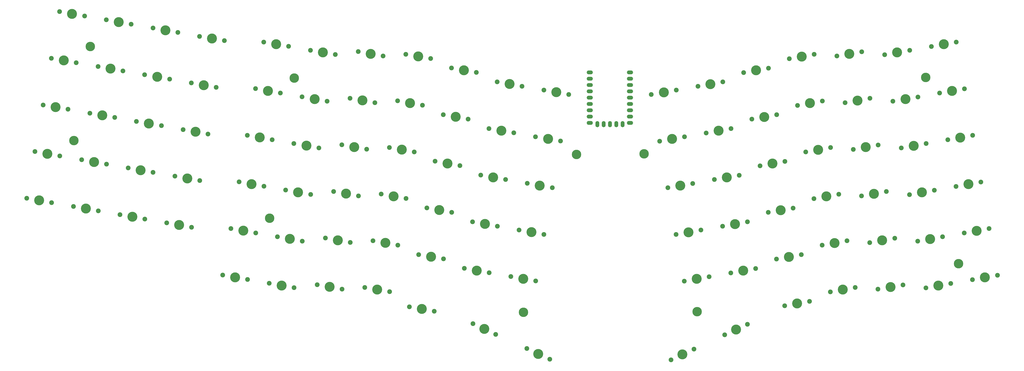
<source format=gbr>
%TF.GenerationSoftware,KiCad,Pcbnew,(6.0.4)*%
%TF.CreationDate,2022-12-23T13:32:17-05:00*%
%TF.ProjectId,atreuskeypad,61747265-7573-46b6-9579-7061642e6b69,rev?*%
%TF.SameCoordinates,Original*%
%TF.FileFunction,Soldermask,Top*%
%TF.FilePolarity,Negative*%
%FSLAX46Y46*%
G04 Gerber Fmt 4.6, Leading zero omitted, Abs format (unit mm)*
G04 Created by KiCad (PCBNEW (6.0.4)) date 2022-12-23 13:32:17*
%MOMM*%
%LPD*%
G01*
G04 APERTURE LIST*
%ADD10C,1.900000*%
%ADD11C,4.000000*%
%ADD12C,3.800000*%
%ADD13C,2.600000*%
%ADD14O,2.500000X1.500000*%
%ADD15O,1.500000X2.500000*%
G04 APERTURE END LIST*
D10*
%TO.C,SW45*%
X-60817347Y-67719370D03*
D11*
X-55814524Y-68601503D03*
D10*
X-50811701Y-69483636D03*
%TD*%
D11*
%TO.C,SW8*%
X90060154Y-48206932D03*
D10*
X85057331Y-47324799D03*
X95062977Y-49089065D03*
%TD*%
%TO.C,SW20*%
X8778060Y-60647041D03*
D11*
X3775237Y-59764908D03*
D10*
X-1227586Y-58882775D03*
%TD*%
%TO.C,SW66*%
X-48672754Y-108548543D03*
X-38667108Y-110312809D03*
D11*
X-43669931Y-109430676D03*
%TD*%
D10*
%TO.C,SW42*%
X237549542Y-90445308D03*
X227543896Y-92209574D03*
D11*
X232546719Y-91327441D03*
%TD*%
D10*
%TO.C,SW75*%
X137318830Y-138557950D03*
D11*
X132316007Y-137675817D03*
D10*
X127313184Y-136793684D03*
%TD*%
%TO.C,SW69*%
X14661444Y-117445979D03*
X24667090Y-119210245D03*
D11*
X19664267Y-118328112D03*
%TD*%
D10*
%TO.C,SW94*%
X306461070Y-42443694D03*
X296455424Y-44207960D03*
D11*
X301458247Y-43325827D03*
%TD*%
D10*
%TO.C,SW4*%
X12086058Y-41886454D03*
D11*
X7083235Y-41004321D03*
D10*
X2080412Y-40122188D03*
%TD*%
%TO.C,SW89*%
X222489668Y-155955767D03*
D11*
X217885624Y-158102668D03*
D10*
X213281580Y-160249569D03*
%TD*%
D12*
%TO.C,MNT*%
X-41910000Y-44196000D03*
D13*
X-41910000Y-44196000D03*
%TD*%
D11*
%TO.C,SW63*%
X-21601346Y-93978086D03*
D10*
X-26604169Y-93095953D03*
X-16598523Y-94860219D03*
%TD*%
%TO.C,SW14*%
X220927900Y-54688399D03*
D11*
X225930723Y-53806266D03*
D10*
X230933546Y-52924133D03*
%TD*%
D11*
%TO.C,SW100*%
X311382241Y-99607590D03*
D10*
X306379418Y-100489723D03*
X316385064Y-98725457D03*
%TD*%
D11*
%TO.C,SW58*%
X235854717Y-110088029D03*
D10*
X240857540Y-109205896D03*
X230851894Y-110970162D03*
%TD*%
%TO.C,SW29*%
X215877916Y-77243989D03*
D11*
X210875093Y-78126122D03*
D10*
X205872270Y-79008255D03*
%TD*%
D12*
%TO.C,MNT*%
X30226000Y-113284000D03*
D13*
X30226000Y-113284000D03*
%TD*%
D14*
%TO.C,U1*%
X175252000Y-54610000D03*
X175252000Y-57150000D03*
X175252000Y-59690000D03*
X175252000Y-62230000D03*
X175252000Y-64770000D03*
X175252000Y-67310000D03*
X175252000Y-69850000D03*
X175252000Y-72390000D03*
X175252000Y-74930000D03*
D15*
X172212000Y-75430000D03*
X169672000Y-75430000D03*
X167132000Y-75430000D03*
X164592000Y-75430000D03*
X162052000Y-75430000D03*
D14*
X159012000Y-74930000D03*
X159012000Y-72390000D03*
X159012000Y-69850000D03*
X159012000Y-67310000D03*
X159012000Y-64770000D03*
X159012000Y-62230000D03*
X159012000Y-59690000D03*
X159012000Y-57150000D03*
X159012000Y-54610000D03*
%TD*%
D11*
%TO.C,SW74*%
X113555419Y-134367819D03*
D10*
X118558242Y-135249952D03*
X108552596Y-133485686D03*
%TD*%
%TO.C,SW77*%
X215796264Y-135290018D03*
D11*
X220799087Y-134407885D03*
D10*
X225801910Y-133525752D03*
%TD*%
D11*
%TO.C,SW86*%
X116633881Y-157865369D03*
D10*
X112029837Y-155718468D03*
X121237925Y-160012270D03*
%TD*%
D11*
%TO.C,SW2*%
X-30437940Y-34388325D03*
D10*
X-35440763Y-33506192D03*
X-25435117Y-35270458D03*
%TD*%
%TO.C,SW11*%
X150550821Y-63515599D03*
X140545175Y-61751333D03*
D11*
X145547998Y-62633466D03*
%TD*%
D10*
%TO.C,SW73*%
X90188968Y-127926418D03*
X100194614Y-129690684D03*
D11*
X95191791Y-128808551D03*
%TD*%
%TO.C,SW33*%
X26280263Y-80806937D03*
D10*
X21277440Y-79924804D03*
X31283086Y-81689070D03*
%TD*%
%TO.C,SW3*%
X-6674530Y-38578456D03*
D11*
X-11677353Y-37696323D03*
D10*
X-16680176Y-36814190D03*
%TD*%
D11*
%TO.C,SW40*%
X195422503Y-100194707D03*
D10*
X200425326Y-99312574D03*
X190419680Y-101076840D03*
%TD*%
%TO.C,SW52*%
X75133338Y-103606562D03*
X85138984Y-105370828D03*
D11*
X80136161Y-104488695D03*
%TD*%
D10*
%TO.C,SW96*%
X309769068Y-61204282D03*
X299763422Y-62968548D03*
D11*
X304766245Y-62086415D03*
%TD*%
%TO.C,SW31*%
X247602349Y-67007585D03*
D10*
X252605172Y-66125452D03*
X242599526Y-67889718D03*
%TD*%
D12*
%TO.C,MNT*%
X153670000Y-87630000D03*
D13*
X153670000Y-87630000D03*
%TD*%
D11*
%TO.C,SW59*%
X254218345Y-104528760D03*
D10*
X249215522Y-105410893D03*
X259221168Y-103646627D03*
%TD*%
%TO.C,SW81*%
X21359093Y-137970833D03*
D11*
X16356270Y-137088700D03*
D10*
X11353447Y-136206567D03*
%TD*%
D11*
%TO.C,SW7*%
X70902607Y-47150204D03*
D10*
X75905430Y-48032337D03*
X65899784Y-46268071D03*
%TD*%
%TO.C,SW18*%
X-28743115Y-54031046D03*
X-38748761Y-52266780D03*
D11*
X-33745938Y-53148913D03*
%TD*%
D10*
%TO.C,SW10*%
X121784587Y-58443335D03*
D11*
X126787410Y-59325468D03*
D10*
X131790233Y-60207601D03*
%TD*%
D11*
%TO.C,SW79*%
X257526343Y-123289348D03*
D10*
X252523520Y-124171481D03*
X262529166Y-122407215D03*
%TD*%
D11*
%TO.C,SW37*%
X101807787Y-91287375D03*
D10*
X106810610Y-92169508D03*
X96804964Y-90405242D03*
%TD*%
%TO.C,SW78*%
X244165538Y-127966483D03*
D11*
X239162715Y-128848616D03*
D10*
X234159892Y-129730749D03*
%TD*%
%TO.C,SW43*%
X255913170Y-84886040D03*
X245907524Y-86650306D03*
D11*
X250910347Y-85768173D03*
%TD*%
D10*
%TO.C,SW41*%
X219185914Y-96004576D03*
D11*
X214183091Y-96886709D03*
D10*
X209180268Y-97768842D03*
%TD*%
%TO.C,SW101*%
X290926828Y-122558309D03*
D11*
X295929651Y-121676176D03*
D10*
X300932474Y-120794043D03*
%TD*%
%TO.C,SW16*%
X268454722Y-46308137D03*
D11*
X263451899Y-47190270D03*
D10*
X258449076Y-48072403D03*
%TD*%
D12*
%TO.C,MNT*%
X307340000Y-131572000D03*
D13*
X307340000Y-131572000D03*
%TD*%
D10*
%TO.C,SW27*%
X137237177Y-80511921D03*
X147242823Y-82276187D03*
D11*
X142240000Y-81394054D03*
%TD*%
D10*
%TO.C,SW23*%
X62591786Y-65028659D03*
D11*
X67594609Y-65910792D03*
D10*
X72597432Y-66792925D03*
%TD*%
%TO.C,SW67*%
X-19906521Y-113620807D03*
D11*
X-24909344Y-112738674D03*
D10*
X-29912167Y-111856541D03*
%TD*%
%TO.C,SW5*%
X37899082Y-44167895D03*
X27893436Y-42403629D03*
D11*
X32896259Y-43285762D03*
%TD*%
%TO.C,SW95*%
X286005657Y-65394413D03*
D10*
X291008480Y-64512280D03*
X281002834Y-66276546D03*
%TD*%
D12*
%TO.C,MNT*%
X132334000Y-151130000D03*
D13*
X132334000Y-151130000D03*
%TD*%
D11*
%TO.C,SW39*%
X138932002Y-100154641D03*
D10*
X133929179Y-99272508D03*
X143934825Y-101036774D03*
%TD*%
%TO.C,SW21*%
X34591084Y-62928482D03*
X24585438Y-61164216D03*
D11*
X29588261Y-62046349D03*
%TD*%
%TO.C,SW91*%
X260834340Y-142049936D03*
D10*
X265837163Y-141167803D03*
X255831517Y-142932069D03*
%TD*%
%TO.C,SW65*%
X-67433342Y-105240545D03*
X-57427696Y-107004811D03*
D11*
X-62430519Y-106122678D03*
%TD*%
D12*
%TO.C,MNT*%
X40132000Y-56896000D03*
D13*
X40132000Y-56896000D03*
%TD*%
D10*
%TO.C,SW98*%
X303071420Y-81729136D03*
D11*
X308074243Y-80847003D03*
D10*
X313077066Y-79964870D03*
%TD*%
%TO.C,SW103*%
X304240471Y-139554631D03*
X294234825Y-141318897D03*
D11*
X299237648Y-140436764D03*
%TD*%
D10*
%TO.C,SW82*%
X30114034Y-139514565D03*
D11*
X35116857Y-140396698D03*
D10*
X40119680Y-141278831D03*
%TD*%
D11*
%TO.C,SW36*%
X83444159Y-85728107D03*
D10*
X78441336Y-84845974D03*
X88446982Y-86610240D03*
%TD*%
D11*
%TO.C,SW83*%
X54362618Y-140953143D03*
D10*
X59365441Y-141835276D03*
X49359795Y-140071010D03*
%TD*%
%TO.C,SW97*%
X294316478Y-83272867D03*
X284310832Y-85037133D03*
D11*
X289313655Y-84155000D03*
%TD*%
D10*
%TO.C,SW92*%
X274989065Y-141875341D03*
X284994711Y-140111075D03*
D11*
X279991888Y-140993208D03*
%TD*%
D12*
%TO.C,MNT*%
X180848000Y-87376000D03*
D13*
X180848000Y-87376000D03*
%TD*%
D10*
%TO.C,SW87*%
X133734124Y-165735560D03*
D11*
X138338168Y-167882461D03*
D10*
X142942212Y-170029362D03*
%TD*%
%TO.C,SW50*%
X36730030Y-101993389D03*
D11*
X41732853Y-102875522D03*
D10*
X46735676Y-103757655D03*
%TD*%
D11*
%TO.C,SW32*%
X266759897Y-65950858D03*
D10*
X271762720Y-65068725D03*
X261757074Y-66832991D03*
%TD*%
D11*
%TO.C,SW93*%
X282697660Y-46633825D03*
D10*
X277694837Y-47515958D03*
X287700483Y-45751692D03*
%TD*%
D11*
%TO.C,SW55*%
X135624005Y-118915229D03*
D10*
X130621182Y-118033096D03*
X140626828Y-119797362D03*
%TD*%
%TO.C,SW6*%
X56659669Y-47475892D03*
D11*
X51656846Y-46593759D03*
D10*
X46654023Y-45711626D03*
%TD*%
D12*
%TO.C,MNT*%
X202184000Y-150876000D03*
D13*
X202184000Y-150876000D03*
%TD*%
D11*
%TO.C,SW104*%
X317998236Y-137128766D03*
D10*
X323001059Y-136246633D03*
X312995413Y-138010899D03*
%TD*%
D11*
%TO.C,SW44*%
X270067894Y-84711445D03*
D10*
X265065071Y-85593578D03*
X275070717Y-83829312D03*
%TD*%
D11*
%TO.C,SW47*%
X-18293348Y-75217498D03*
D10*
X-13290525Y-76099631D03*
X-23296171Y-74335365D03*
%TD*%
%TO.C,SW13*%
X212569918Y-58483401D03*
X202564272Y-60247667D03*
D11*
X207567095Y-59365534D03*
%TD*%
D10*
%TO.C,SW22*%
X53351672Y-66236480D03*
X43346026Y-64472214D03*
D11*
X48348849Y-65354347D03*
%TD*%
%TO.C,SW64*%
X-2840758Y-97286084D03*
D10*
X-7843581Y-96403951D03*
X2162065Y-98168217D03*
%TD*%
%TO.C,SW38*%
X115168592Y-95964511D03*
X125174238Y-97728777D03*
D11*
X120171415Y-96846644D03*
%TD*%
D10*
%TO.C,SW12*%
X193809331Y-61791399D03*
X183803685Y-63555665D03*
D11*
X188806508Y-62673532D03*
%TD*%
%TO.C,SW26*%
X123479413Y-78086056D03*
D10*
X128482236Y-78968189D03*
X118476590Y-77203923D03*
%TD*%
%TO.C,SW25*%
X100112962Y-71644655D03*
X110118608Y-73408921D03*
D11*
X105115785Y-72526788D03*
%TD*%
D10*
%TO.C,SW61*%
X-54119698Y-88244223D03*
X-64125344Y-86479957D03*
D11*
X-59122521Y-87362090D03*
%TD*%
%TO.C,SW53*%
X98499789Y-110047963D03*
D10*
X103502612Y-110930096D03*
X93496966Y-109165830D03*
%TD*%
D11*
%TO.C,SW9*%
X108423782Y-53766200D03*
D10*
X103420959Y-52884067D03*
X113426605Y-54648333D03*
%TD*%
%TO.C,SW1*%
X-44195705Y-31962460D03*
X-54201351Y-30198194D03*
D11*
X-49198528Y-31080327D03*
%TD*%
D10*
%TO.C,SW49*%
X27975088Y-100449658D03*
X17969442Y-98685392D03*
D11*
X22972265Y-99567525D03*
%TD*%
%TO.C,SW24*%
X86752157Y-66967519D03*
D10*
X81749334Y-66085386D03*
X91754980Y-67849652D03*
%TD*%
%TO.C,SW28*%
X187111683Y-82316252D03*
X197117329Y-80551986D03*
D11*
X192114506Y-81434119D03*
%TD*%
D10*
%TO.C,SW102*%
X309687415Y-119250311D03*
X319693061Y-117486045D03*
D11*
X314690238Y-118368178D03*
%TD*%
%TO.C,SW19*%
X-14985350Y-56456910D03*
D10*
X-9982527Y-57339043D03*
X-19988173Y-55574777D03*
%TD*%
%TO.C,SW17*%
X-47503703Y-50723048D03*
X-57509349Y-48958782D03*
D11*
X-52506526Y-49840915D03*
%TD*%
D10*
%TO.C,SW15*%
X239291528Y-49129130D03*
D11*
X244294351Y-48246997D03*
D10*
X249297174Y-47364864D03*
%TD*%
D12*
%TO.C,MNT*%
X-48514000Y-82042000D03*
D13*
X-48514000Y-82042000D03*
%TD*%
D10*
%TO.C,SW84*%
X78522988Y-142892003D03*
X68517342Y-141127737D03*
D11*
X73520165Y-142009870D03*
%TD*%
D10*
%TO.C,SW72*%
X81830986Y-124131415D03*
X71825340Y-122367149D03*
D11*
X76828163Y-123249282D03*
%TD*%
D12*
%TO.C,MNT*%
X294132000Y-56642000D03*
D13*
X294132000Y-56642000D03*
%TD*%
D10*
%TO.C,SW68*%
X-11151579Y-115164538D03*
X-1145933Y-116928804D03*
D11*
X-6148756Y-116046671D03*
%TD*%
D10*
%TO.C,SW62*%
X-35359111Y-91552221D03*
D11*
X-40361934Y-90670088D03*
D10*
X-45364757Y-89787955D03*
%TD*%
%TO.C,SW57*%
X212488266Y-116529430D03*
D11*
X217491089Y-115647297D03*
D10*
X222493912Y-114765164D03*
%TD*%
%TO.C,SW54*%
X121866240Y-116489364D03*
D11*
X116863417Y-115607231D03*
D10*
X111860594Y-114725098D03*
%TD*%
D11*
%TO.C,SW56*%
X198730501Y-118955295D03*
D10*
X203733324Y-118073162D03*
X193727678Y-119837428D03*
%TD*%
%TO.C,SW85*%
X96489657Y-150702542D03*
X86484011Y-148938276D03*
D11*
X91486834Y-149820409D03*
%TD*%
D10*
%TO.C,SW99*%
X297624476Y-102033455D03*
D11*
X292621653Y-102915588D03*
D10*
X287618830Y-103797721D03*
%TD*%
D11*
%TO.C,SW51*%
X60978614Y-103431967D03*
D10*
X55975791Y-102549834D03*
X65981437Y-104314100D03*
%TD*%
%TO.C,SW34*%
X50043674Y-84997068D03*
D11*
X45040851Y-84114935D03*
D10*
X40038028Y-83232802D03*
%TD*%
%TO.C,SW88*%
X191706541Y-170275462D03*
D11*
X196310585Y-168128561D03*
D10*
X200914629Y-165981660D03*
%TD*%
%TO.C,SW30*%
X224235898Y-73448986D03*
D11*
X229238721Y-72566853D03*
D10*
X234241544Y-71684720D03*
%TD*%
%TO.C,SW76*%
X197035676Y-138598015D03*
X207041322Y-136833749D03*
D11*
X202038499Y-137715882D03*
%TD*%
%TO.C,SW48*%
X467239Y-78525496D03*
D10*
X-4535584Y-77643363D03*
X5470062Y-79407629D03*
%TD*%
%TO.C,SW60*%
X278378715Y-102589900D03*
D11*
X273375892Y-103472033D03*
D10*
X268373069Y-104354166D03*
%TD*%
%TO.C,SW71*%
X52667793Y-121310422D03*
D11*
X57670616Y-122192555D03*
D10*
X62673439Y-123074688D03*
%TD*%
%TO.C,SW46*%
X-42056759Y-71027367D03*
D11*
X-37053936Y-71909500D03*
D10*
X-32051113Y-72791633D03*
%TD*%
%TO.C,SW70*%
X43427678Y-122518243D03*
D11*
X38424855Y-121636110D03*
D10*
X33422032Y-120753977D03*
%TD*%
%TO.C,SW90*%
X237467889Y-148491337D03*
D11*
X242470712Y-147609204D03*
D10*
X247473535Y-146727071D03*
%TD*%
%TO.C,SW80*%
X271681067Y-123114754D03*
X281686713Y-121350488D03*
D11*
X276683890Y-122232621D03*
%TD*%
%TO.C,SW35*%
X64286611Y-84671380D03*
D10*
X59283788Y-83789247D03*
X69289434Y-85553513D03*
%TD*%
M02*

</source>
